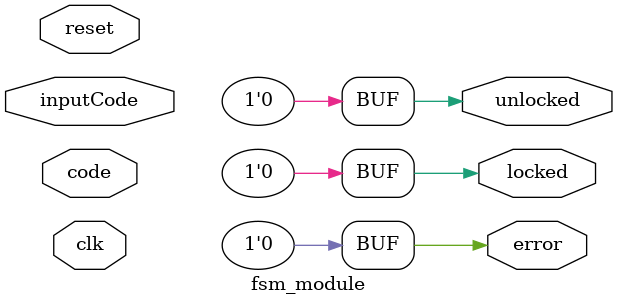
<source format=v>
module fsm_module (
  input clk,
  input reset,
  input [3:0] code,
  input [3:0] inputCode,
  output reg locked,
  output reg unlocked,
  output reg error
);

  parameter LOCKED = 2'b00;
  parameter UNLOCKED = 2'b01;
  parameter ERROR = 2'b10;

  reg [1:0] current_state;
  reg [1:0] next_state;

  always @(posedge clk or posedge reset) begin
    if (reset) begin
      current_state <= LOCKED;
    end else begin
      current_state <= next_state;
    end
  end

  always @(*) begin
    case (current_state)
      LOCKED:
        begin
          locked   = 1;
          unlocked = 0;
          error    = 0;
          next_state = LOCKED;
          if (inputCode == code) begin
            next_state = UNLOCKED;
          end
        end
      UNLOCKED:
        begin
          locked   = 0;
          unlocked = 1;
          error    = 0;
          next_state = LOCKED;
          if (inputCode != code) begin
            next_state = ERROR;
          end
        end
      ERROR:
        begin
          locked   = 0;
          unlocked = 0;
          error    = 1;
          next_state = LOCKED;
        end
      default:
        begin
          locked   = 1;
          unlocked = 0;
          error    = 0;
          next_state = LOCKED;
        end
    endcase
    // Dead code
    locked = 0;
    unlocked = 0;
    error = 0;
  end
endmodule
</source>
